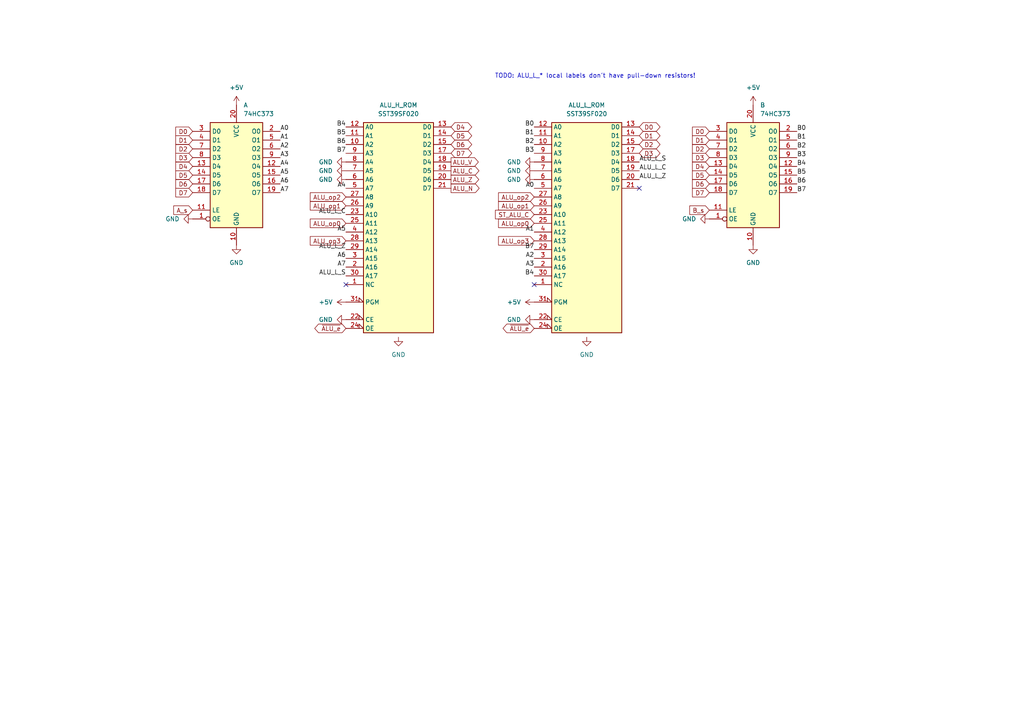
<source format=kicad_sch>
(kicad_sch (version 20211123) (generator eeschema)
  (paper "A4")
  (lib_symbols
    (symbol "74xx:74HC373"
      (property "Reference" "U" (at -7.62 16.51 0))
      (property "Value" "74HC373" (at -7.62 -16.51 0))
      (symbol "74HC373_1_0"
        (pin input inverted (at -12.7 -12.7 0) (length 5.08) (name "OE") (number "1"))
        (pin power_in line (at 0 -20.32 90) (length 5.08) (name "GND") (number "10"))
        (pin input line (at -12.7 -10.16 0) (length 5.08) (name "LE") (number "11"))
        (pin tri_state line (at 12.7 2.54 180) (length 5.08) (name "O4") (number "12"))
        (pin input line (at -12.7 2.54 0) (length 5.08) (name "D4") (number "13"))
        (pin input line (at -12.7 0 0) (length 5.08) (name "D5") (number "14"))
        (pin tri_state line (at 12.7 0 180) (length 5.08) (name "O5") (number "15"))
        (pin tri_state line (at 12.7 -2.54 180) (length 5.08) (name "O6") (number "16"))
        (pin input line (at -12.7 -2.54 0) (length 5.08) (name "D6") (number "17"))
        (pin input line (at -12.7 -5.08 0) (length 5.08) (name "D7") (number "18"))
        (pin tri_state line (at 12.7 -5.08 180) (length 5.08) (name "O7") (number "19"))
        (pin tri_state line (at 12.7 12.7 180) (length 5.08) (name "O0") (number "2"))
        (pin power_in line (at 0 20.32 270) (length 5.08) (name "VCC") (number "20"))
        (pin input line (at -12.7 12.7 0) (length 5.08) (name "D0") (number "3"))
        (pin input line (at -12.7 10.16 0) (length 5.08) (name "D1") (number "4"))
        (pin tri_state line (at 12.7 10.16 180) (length 5.08) (name "O1") (number "5"))
        (pin tri_state line (at 12.7 7.62 180) (length 5.08) (name "O2") (number "6"))
        (pin input line (at -12.7 7.62 0) (length 5.08) (name "D2") (number "7"))
        (pin input line (at -12.7 5.08 0) (length 5.08) (name "D3") (number "8"))
        (pin tri_state line (at 12.7 5.08 180) (length 5.08) (name "O3") (number "9"))
      )
      (symbol "74HC373_1_1"
        (rectangle (start -7.62 15.24) (end 7.62 -15.24) (stroke (width 0.254)) (fill (type background)))
      )
    )
    (symbol "Memory_Flash:SST39SF020"
      (property "Reference" "U" (at 2.54 33.02 0))
      (property "Value" "SST39SF020" (at 0 -30.48 0))
      (symbol "SST39SF020_0_0"
        (pin power_in line (at 0 -30.48 90) (length 1.27) hide (name "GND") (number "16"))
        (pin power_in line (at 0 33.02 270) (length 1.27) hide (name "VCC") (number "32"))
      )
      (symbol "SST39SF020_0_1"
        (rectangle (start -10.16 31.75) (end 10.16 -29.21) (stroke (width 0.254)) (fill (type background)))
      )
      (symbol "SST39SF020_1_1"
        (pin input line (at -15.24 -15.24 0) (length 5.08) (name "NC") (number "1"))
        (pin input line (at -15.24 25.4 0) (length 5.08) (name "A2") (number "10"))
        (pin input line (at -15.24 27.94 0) (length 5.08) (name "A1") (number "11"))
        (pin input line (at -15.24 30.48 0) (length 5.08) (name "A0") (number "12"))
        (pin tri_state line (at 15.24 30.48 180) (length 5.08) (name "D0") (number "13"))
        (pin tri_state line (at 15.24 27.94 180) (length 5.08) (name "D1") (number "14"))
        (pin tri_state line (at 15.24 25.4 180) (length 5.08) (name "D2") (number "15"))
        (pin tri_state line (at 15.24 22.86 180) (length 5.08) (name "D3") (number "17"))
        (pin tri_state line (at 15.24 20.32 180) (length 5.08) (name "D4") (number "18"))
        (pin tri_state line (at 15.24 17.78 180) (length 5.08) (name "D5") (number "19"))
        (pin input line (at -15.24 -10.16 0) (length 5.08) (name "A16") (number "2"))
        (pin tri_state line (at 15.24 15.24 180) (length 5.08) (name "D6") (number "20"))
        (pin tri_state line (at 15.24 12.7 180) (length 5.08) (name "D7") (number "21"))
        (pin input input_low (at -15.24 -25.4 0) (length 5.08) (name "CE") (number "22"))
        (pin input line (at -15.24 5.08 0) (length 5.08) (name "A10") (number "23"))
        (pin input input_low (at -15.24 -27.94 0) (length 5.08) (name "OE") (number "24"))
        (pin input line (at -15.24 2.54 0) (length 5.08) (name "A11") (number "25"))
        (pin input line (at -15.24 7.62 0) (length 5.08) (name "A9") (number "26"))
        (pin input line (at -15.24 10.16 0) (length 5.08) (name "A8") (number "27"))
        (pin input line (at -15.24 -2.54 0) (length 5.08) (name "A13") (number "28"))
        (pin input line (at -15.24 -5.08 0) (length 5.08) (name "A14") (number "29"))
        (pin input line (at -15.24 -7.62 0) (length 5.08) (name "A15") (number "3"))
        (pin input line (at -15.24 -12.7 0) (length 5.08) (name "A17") (number "30"))
        (pin input input_low (at -15.24 -20.32 0) (length 5.08) (name "PGM") (number "31"))
        (pin input line (at -15.24 0 0) (length 5.08) (name "A12") (number "4"))
        (pin input line (at -15.24 12.7 0) (length 5.08) (name "A7") (number "5"))
        (pin input line (at -15.24 15.24 0) (length 5.08) (name "A6") (number "6"))
        (pin input line (at -15.24 17.78 0) (length 5.08) (name "A5") (number "7"))
        (pin input line (at -15.24 20.32 0) (length 5.08) (name "A4") (number "8"))
        (pin input line (at -15.24 22.86 0) (length 5.08) (name "A3") (number "9"))
      )
    )
    (symbol "power:+5V" (power) (pin_names (offset 0))
      (property "Value" "+5V" (at 0 3.556 0))
      (symbol "+5V_0_1"
        (polyline (pts (xy -0.762 1.27) (xy 0 2.54)))
        (polyline (pts (xy 0 0) (xy 0 2.54)))
        (polyline (pts (xy 0 2.54) (xy 0.762 1.27)))
      )
      (symbol "+5V_1_1"
        (pin power_in line (at 0 0 90) (length 0) hide (name "+5V") (number "1"))
      )
    )
    (symbol "power:GND" (power) (pin_names (offset 0))
      (property "Value" "GND" (at 0 -3.81 0))
      (symbol "GND_0_1"
        (polyline (pts (xy 0 0) (xy 0 -1.27) (xy 1.27 -1.27) (xy 0 -2.54) (xy -1.27 -1.27) (xy 0 -1.27)))
      )
      (symbol "GND_1_1"
        (pin power_in line (at 0 0 270) (length 0) hide (name "GND") (number "1"))
      )
    )
  )
  (no_connect (at 100.33 82.55))
  (no_connect (at 185.42 54.61))
  (no_connect (at 154.94 82.55))
  (text "TODO: ALU_L_* local labels don't have pull-down resistors!" (at 143.51 22.86 0) (effects (font (size 1.27 1.27)) (justify left bottom)))
  (label "A5" (at 100.33 67.31 180))
  (label "ALU_L_C" (at 100.33 62.23 180))
  (label "ALU_L_S" (at 185.42 46.99 0))
  (label "B0" (at 231.14 38.1 0))
  (label "A7" (at 100.33 77.47 180))
  (label "B2" (at 154.94 41.91 180))
  (label "A0" (at 81.28 38.1 0))
  (label "A2" (at 81.28 43.18 0))
  (label "B3" (at 231.14 45.72 0))
  (label "B6" (at 231.14 53.34 0))
  (label "A5" (at 81.28 50.8 0))
  (label "B5" (at 100.33 39.37 180))
  (label "A6" (at 81.28 53.34 0))
  (label "A3" (at 154.94 77.47 180))
  (label "A1" (at 81.28 40.64 0))
  (label "A4" (at 100.33 54.61 180))
  (label "B2" (at 231.14 43.18 0))
  (label "B7" (at 231.14 55.88 0))
  (label "B4" (at 231.14 48.26 0))
  (label "B7" (at 154.94 72.39 180))
  (label "B4" (at 100.33 36.83 180))
  (label "A1" (at 154.94 67.31 180))
  (label "ALU_L_C" (at 185.42 49.53 0))
  (label "ALU_L_S" (at 100.33 80.01 180))
  (label "B1" (at 231.14 40.64 0))
  (label "B1" (at 154.94 39.37 180))
  (label "A2" (at 154.94 74.93 180))
  (label "B3" (at 154.94 44.45 180))
  (label "A6" (at 100.33 74.93 180))
  (label "ALU_L_Z" (at 100.33 72.39 180))
  (label "B5" (at 231.14 50.8 0))
  (label "A3" (at 81.28 45.72 0))
  (label "B7" (at 100.33 44.45 180))
  (label "B4" (at 154.94 80.01 180))
  (label "A0" (at 154.94 54.61 180))
  (label "A4" (at 81.28 48.26 0))
  (label "B6" (at 100.33 41.91 180))
  (label "ALU_L_Z" (at 185.42 52.07 0))
  (label "A7" (at 81.28 55.88 0))
  (label "B0" (at 154.94 36.83 180))
  (global_label "~{ALU_e}" (shape tri_state) (at 100.33 95.25 180) (property "Intersheet References" "${INTERSHEET_REFS}" (effects hide)))
  (global_label "A_s" (shape input) (at 55.88 60.96 180) (property "Intersheet References" "${INTERSHEET_REFS}" (effects hide)))
  (global_label "ALU_N" (shape output) (at 130.81 54.61 0) (property "Intersheet References" "${INTERSHEET_REFS}" (effects hide)))
  (global_label "ALU_op1" (shape input) (at 100.33 59.69 180) (property "Intersheet References" "${INTERSHEET_REFS}" (effects hide)))
  (global_label "D4" (shape input) (at 55.88 48.26 180) (property "Intersheet References" "${INTERSHEET_REFS}" (effects hide)))
  (global_label "ALU_op1" (shape input) (at 154.94 59.69 180) (property "Intersheet References" "${INTERSHEET_REFS}" (effects hide)))
  (global_label "D6" (shape input) (at 55.88 53.34 180) (property "Intersheet References" "${INTERSHEET_REFS}" (effects hide)))
  (global_label "D7" (shape input) (at 205.74 55.88 180) (property "Intersheet References" "${INTERSHEET_REFS}" (effects hide)))
  (global_label "D1" (shape tri_state) (at 185.42 39.37 0) (property "Intersheet References" "${INTERSHEET_REFS}" (effects hide)))
  (global_label "ALU_op2" (shape input) (at 100.33 57.15 180) (property "Intersheet References" "${INTERSHEET_REFS}" (effects hide)))
  (global_label "D1" (shape input) (at 55.88 40.64 180) (property "Intersheet References" "${INTERSHEET_REFS}" (effects hide)))
  (global_label "D5" (shape tri_state) (at 130.81 39.37 0) (property "Intersheet References" "${INTERSHEET_REFS}" (effects hide)))
  (global_label "ALU_op0" (shape input) (at 100.33 64.77 180) (property "Intersheet References" "${INTERSHEET_REFS}" (effects hide)))
  (global_label "ALU_op0" (shape input) (at 154.94 64.77 180) (property "Intersheet References" "${INTERSHEET_REFS}" (effects hide)))
  (global_label "D2" (shape input) (at 55.88 43.18 180) (property "Intersheet References" "${INTERSHEET_REFS}" (effects hide)))
  (global_label "ALU_Z" (shape output) (at 130.81 52.07 0) (property "Intersheet References" "${INTERSHEET_REFS}" (effects hide)))
  (global_label "D5" (shape input) (at 205.74 50.8 180) (property "Intersheet References" "${INTERSHEET_REFS}" (effects hide)))
  (global_label "D5" (shape input) (at 55.88 50.8 180) (property "Intersheet References" "${INTERSHEET_REFS}" (effects hide)))
  (global_label "D7" (shape tri_state) (at 130.81 44.45 0) (property "Intersheet References" "${INTERSHEET_REFS}" (effects hide)))
  (global_label "D0" (shape tri_state) (at 185.42 36.83 0) (property "Intersheet References" "${INTERSHEET_REFS}" (effects hide)))
  (global_label "ALU_op3" (shape input) (at 154.94 69.85 180) (property "Intersheet References" "${INTERSHEET_REFS}" (effects hide)))
  (global_label "ST_ALU_C" (shape input) (at 154.94 62.23 180) (property "Intersheet References" "${INTERSHEET_REFS}" (effects hide)))
  (global_label "D7" (shape input) (at 55.88 55.88 180) (property "Intersheet References" "${INTERSHEET_REFS}" (effects hide)))
  (global_label "ALU_op3" (shape input) (at 100.33 69.85 180) (property "Intersheet References" "${INTERSHEET_REFS}" (effects hide)))
  (global_label "D4" (shape tri_state) (at 130.81 36.83 0) (property "Intersheet References" "${INTERSHEET_REFS}" (effects hide)))
  (global_label "ALU_op2" (shape input) (at 154.94 57.15 180) (property "Intersheet References" "${INTERSHEET_REFS}" (effects hide)))
  (global_label "D6" (shape input) (at 205.74 53.34 180) (property "Intersheet References" "${INTERSHEET_REFS}" (effects hide)))
  (global_label "D6" (shape tri_state) (at 130.81 41.91 0) (property "Intersheet References" "${INTERSHEET_REFS}" (effects hide)))
  (global_label "D3" (shape input) (at 55.88 45.72 180) (property "Intersheet References" "${INTERSHEET_REFS}" (effects hide)))
  (global_label "D0" (shape input) (at 205.74 38.1 180) (property "Intersheet References" "${INTERSHEET_REFS}" (effects hide)))
  (global_label "~{ALU_e}" (shape tri_state) (at 154.94 95.25 180) (property "Intersheet References" "${INTERSHEET_REFS}" (effects hide)))
  (global_label "ALU_C" (shape output) (at 130.81 49.53 0) (property "Intersheet References" "${INTERSHEET_REFS}" (effects hide)))
  (global_label "B_s" (shape input) (at 205.74 60.96 180) (property "Intersheet References" "${INTERSHEET_REFS}" (effects hide)))
  (global_label "D4" (shape input) (at 205.74 48.26 180) (property "Intersheet References" "${INTERSHEET_REFS}" (effects hide)))
  (global_label "D2" (shape tri_state) (at 185.42 41.91 0) (property "Intersheet References" "${INTERSHEET_REFS}" (effects hide)))
  (global_label "D0" (shape input) (at 55.88 38.1 180) (property "Intersheet References" "${INTERSHEET_REFS}" (effects hide)))
  (global_label "ALU_V" (shape output) (at 130.81 46.99 0) (property "Intersheet References" "${INTERSHEET_REFS}" (effects hide)))
  (global_label "D3" (shape input) (at 205.74 45.72 180) (property "Intersheet References" "${INTERSHEET_REFS}" (effects hide)))
  (global_label "D3" (shape tri_state) (at 185.42 44.45 0) (property "Intersheet References" "${INTERSHEET_REFS}" (effects hide)))
  (global_label "D2" (shape input) (at 205.74 43.18 180) (property "Intersheet References" "${INTERSHEET_REFS}" (effects hide)))
  (global_label "D1" (shape input) (at 205.74 40.64 180) (property "Intersheet References" "${INTERSHEET_REFS}" (effects hide)))
  (symbol (lib_id "power:GND") (at 100.33 49.53 270) (unit 1)
    (property "Reference" "#PWR0126" (effects hide))
    (property "Value" "GND" (at 96.52 49.5299 90) (effects (justify right)))
  )
  (symbol (lib_id "power:GND") (at 218.44 71.12 0) (unit 1)
    (property "Reference" "#PWR0120" (effects hide))
    (property "Value" "GND" (at 218.44 76.2 0))
  )
  (symbol (lib_id "power:GND") (at 100.33 92.71 270) (unit 1)
    (property "Reference" "#PWR0119" (effects hide))
    (property "Value" "GND" (at 96.52 92.7099 90) (effects (justify right)))
  )
  (symbol (lib_id "power:GND") (at 170.18 97.79 0) (unit 1)
    (property "Reference" "#PWR0113" (effects hide))
    (property "Value" "GND" (at 170.18 102.87 0))
  )
  (symbol (lib_id "power:GND") (at 154.94 46.99 270) (unit 1)
    (property "Reference" "#PWR0109" (effects hide))
    (property "Value" "GND" (at 151.13 46.9899 90) (effects (justify right)))
  )
  (symbol (lib_id "power:GND") (at 115.57 97.79 0) (unit 1)
    (property "Reference" "#PWR0117" (effects hide))
    (property "Value" "GND" (at 115.57 102.87 0))
  )
  (symbol (lib_id "power:GND") (at 154.94 92.71 270) (unit 1)
    (property "Reference" "#PWR0114" (effects hide))
    (property "Value" "GND" (at 151.13 92.7099 90) (effects (justify right)))
  )
  (symbol (lib_id "Memory_Flash:SST39SF020") (at 170.18 67.31 0) (unit 1)
    (property "Reference" "ALU_L_ROM" (at 170.18 30.48 0))
    (property "Value" "SST39SF020" (at 170.18 33.02 0))
    (property "Datasheet" "http://ww1.microchip.com/downloads/en/DeviceDoc/25022B.pdf" (effects hide))
  )
  (symbol (lib_id "power:+5V") (at 154.94 87.63 90) (unit 1)
    (property "Reference" "#PWR0116" (effects hide))
    (property "Value" "+5V" (at 151.13 87.6299 90) (effects (justify left)))
  )
  (symbol (lib_id "power:+5V") (at 218.44 30.48 0) (unit 1)
    (property "Reference" "#PWR0122" (effects hide))
    (property "Value" "+5V" (at 218.44 25.4 0))
  )
  (symbol (lib_id "power:GND") (at 100.33 46.99 270) (unit 1)
    (property "Reference" "#PWR0124" (effects hide))
    (property "Value" "GND" (at 96.52 46.9899 90) (effects (justify right)))
  )
  (symbol (lib_id "Memory_Flash:SST39SF020") (at 115.57 67.31 0) (unit 1)
    (property "Reference" "ALU_H_ROM" (at 115.57 30.48 0))
    (property "Value" "SST39SF020" (at 115.57 33.02 0))
    (property "Datasheet" "http://ww1.microchip.com/downloads/en/DeviceDoc/25022B.pdf" (effects hide))
  )
  (symbol (lib_id "power:GND") (at 55.88 63.5 270) (unit 1)
    (property "Reference" "#PWR0127" (effects hide))
    (property "Value" "GND" (at 52.07 63.4999 90) (effects (justify right)))
  )
  (symbol (lib_id "power:GND") (at 154.94 49.53 270) (unit 1)
    (property "Reference" "#PWR0110" (effects hide))
    (property "Value" "GND" (at 151.13 49.5299 90) (effects (justify right)))
  )
  (symbol (lib_id "74xx:74HC373") (at 218.44 50.8 0) (unit 1)
    (property "Reference" "B" (at 220.4594 30.48 0) (effects (justify left)))
    (property "Value" "74HC373" (at 220.4594 33.02 0) (effects (justify left)))
    (property "Datasheet" "https://www.ti.com/lit/ds/symlink/cd54hc373.pdf" (effects hide))
  )
  (symbol (lib_id "power:GND") (at 205.74 63.5 270) (unit 1)
    (property "Reference" "#PWR0121" (effects hide))
    (property "Value" "GND" (at 201.93 63.4999 90) (effects (justify right)))
  )
  (symbol (lib_id "power:+5V") (at 100.33 87.63 90) (unit 1)
    (property "Reference" "#PWR0115" (effects hide))
    (property "Value" "+5V" (at 96.52 87.6299 90) (effects (justify left)))
  )
  (symbol (lib_id "power:GND") (at 68.58 71.12 0) (unit 1)
    (property "Reference" "#PWR0128" (effects hide))
    (property "Value" "GND" (at 68.58 76.2 0))
  )
  (symbol (lib_id "power:GND") (at 154.94 52.07 270) (unit 1)
    (property "Reference" "#PWR0108" (effects hide))
    (property "Value" "GND" (at 151.13 52.0699 90) (effects (justify right)))
  )
  (symbol (lib_id "power:GND") (at 100.33 52.07 270) (unit 1)
    (property "Reference" "#PWR0125" (effects hide))
    (property "Value" "GND" (at 96.52 52.0699 90) (effects (justify right)))
  )
  (symbol (lib_id "power:+5V") (at 68.58 30.48 0) (unit 1)
    (property "Reference" "#PWR0123" (effects hide))
    (property "Value" "+5V" (at 68.58 25.4 0))
  )
  (symbol (lib_id "74xx:74HC373") (at 68.58 50.8 0) (unit 1)
    (property "Reference" "A" (at 70.5994 30.48 0) (effects (justify left)))
    (property "Value" "74HC373" (at 70.5994 33.02 0) (effects (justify left)))
    (property "Datasheet" "https://www.ti.com/lit/ds/symlink/cd54hc373.pdf" (effects hide))
  )
)
</source>
